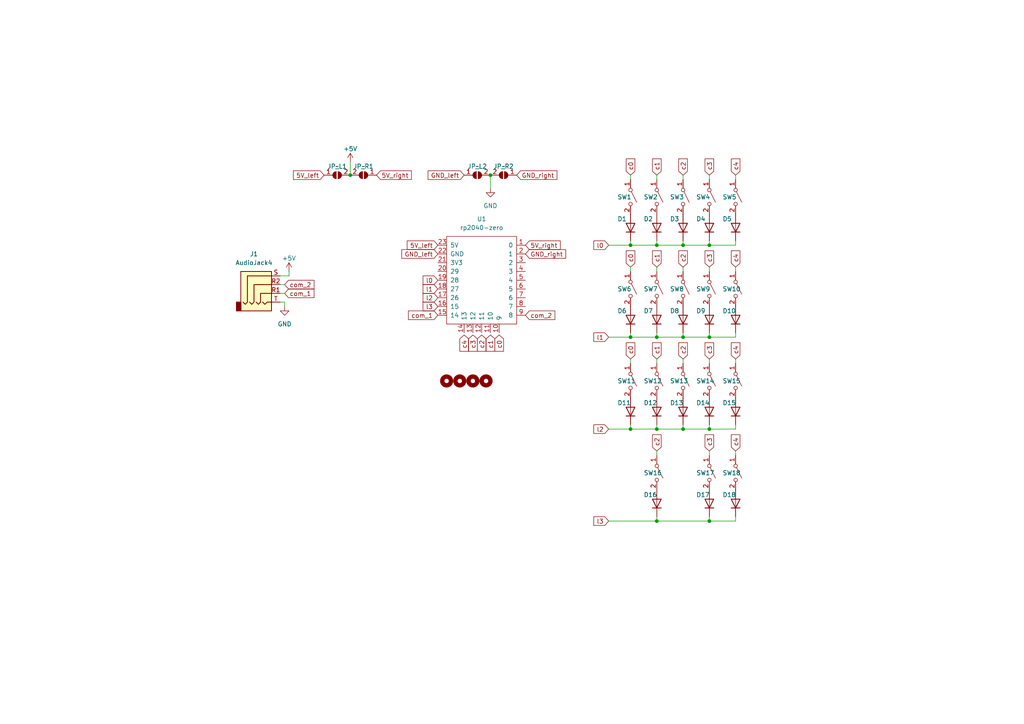
<source format=kicad_sch>
(kicad_sch (version 20230121) (generator eeschema)
  (paper "A4")
  (lib_symbols
    (symbol "Connector_Audio:AudioJack4"
      (property "Reference" "J" (at 0 8.89 0))
      (property "Value" "AudioJack4" (at 0 6.35 0))
      (symbol "AudioJack4_0_1"
        (rectangle (start -6.35 -5.08) (end -7.62 -7.62) (stroke (width 0.254)) (fill (type outline)))
        (polyline (pts (xy 0 -5.08) (xy 0.635 -5.715) (xy 1.27 -5.08) (xy 2.54 -5.08)) (stroke (width 0.254)))
        (polyline (pts (xy -5.715 -5.08) (xy -5.08 -5.715) (xy -4.445 -5.08) (xy -4.445 2.54) (xy 2.54 2.54)) (stroke (width 0.254)))
        (polyline (pts (xy -1.905 -5.08) (xy -1.27 -5.715) (xy -0.635 -5.08) (xy -0.635 -2.54) (xy 2.54 -2.54)) (stroke (width 0.254)))
        (polyline (pts (xy 2.54 0) (xy -2.54 0) (xy -2.54 -5.08) (xy -3.175 -5.715) (xy -3.81 -5.08)) (stroke (width 0.254)))
        (rectangle (start 2.54 3.81) (end -6.35 -7.62) (stroke (width 0.254)) (fill (type background)))
      )
      (symbol "AudioJack4_1_1"
        (pin passive line (at 5.08 -2.54 180) (length 2.54) (name "~") (number "R1"))
        (pin passive line (at 5.08 0 180) (length 2.54) (name "~") (number "R2"))
        (pin passive line (at 5.08 2.54 180) (length 2.54) (name "~") (number "S"))
        (pin passive line (at 5.08 -5.08 180) (length 2.54) (name "~") (number "T"))
      )
    )
    (symbol "Diode:1N4148" (pin_numbers hide) (pin_names hide)
      (property "Reference" "D" (at 0 2.54 0))
      (property "Value" "1N4148" (at 0 -2.54 0))
      (symbol "1N4148_0_1"
        (polyline (pts (xy -1.27 1.27) (xy -1.27 -1.27)) (stroke (width 0.254)))
        (polyline (pts (xy 1.27 0) (xy -1.27 0)))
        (polyline (pts (xy 1.27 1.27) (xy 1.27 -1.27) (xy -1.27 0) (xy 1.27 1.27)) (stroke (width 0.254)))
      )
      (symbol "1N4148_1_1"
        (pin passive line (at -3.81 0 0) (length 2.54) (name "K") (number "1"))
        (pin passive line (at 3.81 0 180) (length 2.54) (name "A") (number "2"))
      )
    )
    (symbol "Jumper:SolderJumper_2_Open" (pin_names (offset 0) hide)
      (property "Reference" "JP" (at 0 2.032 0))
      (property "Value" "SolderJumper_2_Open" (at 0 -2.54 0))
      (symbol "SolderJumper_2_Open_0_1"
        (arc (start -0.254 1.016) (mid -1.2656 0) (end -0.254 -1.016))
        (arc (start -0.254 1.016) (mid -1.2656 0) (end -0.254 -1.016) (fill (type outline)))
        (polyline (pts (xy -0.254 1.016) (xy -0.254 -1.016)))
        (polyline (pts (xy 0.254 1.016) (xy 0.254 -1.016)))
        (arc (start 0.254 -1.016) (mid 1.2656 0) (end 0.254 1.016))
        (arc (start 0.254 -1.016) (mid 1.2656 0) (end 0.254 1.016) (fill (type outline)))
      )
      (symbol "SolderJumper_2_Open_1_1"
        (pin passive line (at -3.81 0 0) (length 2.54) (name "A") (number "1"))
        (pin passive line (at 3.81 0 180) (length 2.54) (name "B") (number "2"))
      )
    )
    (symbol "Mechanical:MountingHole" (pin_names (offset 1.016))
      (property "Reference" "H" (at 0 5.08 0))
      (property "Value" "MountingHole" (at 0 3.175 0))
      (symbol "MountingHole_0_1"
        (circle (center 0 0) (radius 1.27) (stroke (width 1.27)))
      )
    )
    (symbol "Switch:SW_SPST" (pin_names (offset 0) hide)
      (property "Reference" "SW" (at 0 3.175 0))
      (property "Value" "SW_SPST" (at 0 -2.54 0))
      (symbol "SW_SPST_0_0"
        (circle (center -2.032 0) (radius 0.508))
        (polyline (pts (xy -1.524 0.254) (xy 1.524 1.778)))
        (circle (center 2.032 0) (radius 0.508))
      )
      (symbol "SW_SPST_1_1"
        (pin passive line (at -5.08 0 0) (length 2.54) (name "A") (number "1"))
        (pin passive line (at 5.08 0 180) (length 2.54) (name "B") (number "2"))
      )
    )
    (symbol "mcu:rp2040-zero" (pin_names (offset 1.016))
      (property "Reference" "U" (at 0 15.24 0))
      (property "Value" "rp2040-zero" (at 0 12.7 0))
      (symbol "rp2040-zero_0_1"
        (rectangle (start -10.16 11.43) (end 10.16 -13.97))
      )
      (symbol "rp2040-zero_1_1"
        (pin bidirectional line (at 12.7 8.89 180) (length 2.54) (name "0") (number "1"))
        (pin bidirectional line (at 5.08 -16.51 90) (length 2.54) (name "9") (number "10"))
        (pin bidirectional line (at 2.54 -16.51 90) (length 2.54) (name "10") (number "11"))
        (pin bidirectional line (at 0 -16.51 90) (length 2.54) (name "11") (number "12"))
        (pin bidirectional line (at -2.54 -16.51 90) (length 2.54) (name "12") (number "13"))
        (pin bidirectional line (at -5.08 -16.51 90) (length 2.54) (name "13") (number "14"))
        (pin bidirectional line (at -12.7 -11.43 0) (length 2.54) (name "14") (number "15"))
        (pin bidirectional line (at -12.7 -8.89 0) (length 2.54) (name "15") (number "16"))
        (pin bidirectional line (at -12.7 -6.35 0) (length 2.54) (name "26") (number "17"))
        (pin bidirectional line (at -12.7 -3.81 0) (length 2.54) (name "27") (number "18"))
        (pin bidirectional line (at -12.7 -1.27 0) (length 2.54) (name "28") (number "19"))
        (pin bidirectional line (at 12.7 6.35 180) (length 2.54) (name "1") (number "2"))
        (pin bidirectional line (at -12.7 1.27 0) (length 2.54) (name "29") (number "20"))
        (pin power_out line (at -12.7 3.81 0) (length 2.54) (name "3V3") (number "21"))
        (pin power_out line (at -12.7 6.35 0) (length 2.54) (name "GND") (number "22"))
        (pin power_out line (at -12.7 8.89 0) (length 2.54) (name "5V") (number "23"))
        (pin bidirectional line (at 12.7 3.81 180) (length 2.54) (name "2") (number "3"))
        (pin bidirectional line (at 12.7 1.27 180) (length 2.54) (name "3") (number "4"))
        (pin bidirectional line (at 12.7 -1.27 180) (length 2.54) (name "4") (number "5"))
        (pin bidirectional line (at 12.7 -3.81 180) (length 2.54) (name "5") (number "6"))
        (pin bidirectional line (at 12.7 -6.35 180) (length 2.54) (name "6") (number "7"))
        (pin bidirectional line (at 12.7 -8.89 180) (length 2.54) (name "7") (number "8"))
        (pin bidirectional line (at 12.7 -11.43 180) (length 2.54) (name "8") (number "9"))
      )
    )
    (symbol "power:+5V" (power) (pin_names (offset 0))
      (property "Value" "+5V" (at 0 3.556 0))
      (symbol "+5V_0_1"
        (polyline (pts (xy -0.762 1.27) (xy 0 2.54)))
        (polyline (pts (xy 0 0) (xy 0 2.54)))
        (polyline (pts (xy 0 2.54) (xy 0.762 1.27)))
      )
      (symbol "+5V_1_1"
        (pin power_in line (at 0 0 90) (length 0) hide (name "+5V") (number "1"))
      )
    )
    (symbol "power:GND" (power) (pin_names (offset 0))
      (property "Value" "GND" (at 0 -3.81 0))
      (symbol "GND_0_1"
        (polyline (pts (xy 0 0) (xy 0 -1.27) (xy 1.27 -1.27) (xy 0 -2.54) (xy -1.27 -1.27) (xy 0 -1.27)))
      )
      (symbol "GND_1_1"
        (pin power_in line (at 0 0 270) (length 0) hide (name "GND") (number "1"))
      )
    )
  )
  (junction (at 198.12 71.12))
  (junction (at 142.24 50.8))
  (junction (at 190.5 124.46))
  (junction (at 198.12 97.79))
  (junction (at 190.5 151.13))
  (junction (at 190.5 71.12))
  (junction (at 182.88 124.46))
  (junction (at 205.74 97.79))
  (junction (at 198.12 124.46))
  (junction (at 205.74 71.12))
  (junction (at 101.6 50.8))
  (junction (at 205.74 151.13))
  (junction (at 205.74 124.46))
  (junction (at 182.88 97.79))
  (junction (at 190.5 97.79))
  (junction (at 182.88 71.12))
  (wire (pts (xy 205.74 71.12) (xy 213.36 71.12)))
  (wire (pts (xy 198.12 50.8) (xy 198.12 52.07)))
  (wire (pts (xy 176.53 151.13) (xy 190.5 151.13)))
  (wire (pts (xy 205.74 124.46) (xy 213.36 124.46)))
  (wire (pts (xy 213.36 149.86) (xy 213.36 151.13)))
  (wire (pts (xy 182.88 97.79) (xy 190.5 97.79)))
  (wire (pts (xy 198.12 69.85) (xy 198.12 71.12)))
  (wire (pts (xy 83.82 80.01) (xy 81.28 80.01)))
  (wire (pts (xy 182.88 69.85) (xy 182.88 71.12)))
  (wire (pts (xy 101.6 46.99) (xy 101.6 50.8)))
  (wire (pts (xy 205.74 50.8) (xy 205.74 52.07)))
  (wire (pts (xy 190.5 97.79) (xy 198.12 97.79)))
  (wire (pts (xy 213.36 96.52) (xy 213.36 97.79)))
  (wire (pts (xy 205.74 69.85) (xy 205.74 71.12)))
  (wire (pts (xy 205.74 151.13) (xy 213.36 151.13)))
  (wire (pts (xy 198.12 123.19) (xy 198.12 124.46)))
  (wire (pts (xy 190.5 77.47) (xy 190.5 78.74)))
  (wire (pts (xy 182.88 96.52) (xy 182.88 97.79)))
  (wire (pts (xy 176.53 124.46) (xy 182.88 124.46)))
  (wire (pts (xy 190.5 151.13) (xy 205.74 151.13)))
  (wire (pts (xy 213.36 130.81) (xy 213.36 132.08)))
  (wire (pts (xy 213.36 77.47) (xy 213.36 78.74)))
  (wire (pts (xy 182.88 123.19) (xy 182.88 124.46)))
  (wire (pts (xy 205.74 149.86) (xy 205.74 151.13)))
  (wire (pts (xy 213.36 104.14) (xy 213.36 105.41)))
  (wire (pts (xy 176.53 97.79) (xy 182.88 97.79)))
  (wire (pts (xy 182.88 71.12) (xy 190.5 71.12)))
  (wire (pts (xy 205.74 104.14) (xy 205.74 105.41)))
  (wire (pts (xy 190.5 69.85) (xy 190.5 71.12)))
  (wire (pts (xy 81.28 87.63) (xy 82.55 87.63)))
  (wire (pts (xy 182.88 77.47) (xy 182.88 78.74)))
  (wire (pts (xy 190.5 149.86) (xy 190.5 151.13)))
  (wire (pts (xy 198.12 71.12) (xy 205.74 71.12)))
  (wire (pts (xy 205.74 97.79) (xy 213.36 97.79)))
  (wire (pts (xy 190.5 96.52) (xy 190.5 97.79)))
  (wire (pts (xy 198.12 97.79) (xy 205.74 97.79)))
  (wire (pts (xy 83.82 78.74) (xy 83.82 80.01)))
  (wire (pts (xy 198.12 104.14) (xy 198.12 105.41)))
  (wire (pts (xy 213.36 50.8) (xy 213.36 52.07)))
  (wire (pts (xy 190.5 123.19) (xy 190.5 124.46)))
  (wire (pts (xy 205.74 77.47) (xy 205.74 78.74)))
  (wire (pts (xy 182.88 124.46) (xy 190.5 124.46)))
  (wire (pts (xy 213.36 69.85) (xy 213.36 71.12)))
  (wire (pts (xy 142.24 50.8) (xy 142.24 54.61)))
  (wire (pts (xy 182.88 104.14) (xy 182.88 105.41)))
  (wire (pts (xy 213.36 123.19) (xy 213.36 124.46)))
  (wire (pts (xy 190.5 50.8) (xy 190.5 52.07)))
  (wire (pts (xy 81.28 85.09) (xy 82.55 85.09)))
  (wire (pts (xy 198.12 124.46) (xy 205.74 124.46)))
  (wire (pts (xy 205.74 96.52) (xy 205.74 97.79)))
  (wire (pts (xy 82.55 87.63) (xy 82.55 88.9)))
  (wire (pts (xy 190.5 71.12) (xy 198.12 71.12)))
  (wire (pts (xy 182.88 50.8) (xy 182.88 52.07)))
  (wire (pts (xy 81.28 82.55) (xy 82.55 82.55)))
  (wire (pts (xy 205.74 130.81) (xy 205.74 132.08)))
  (wire (pts (xy 190.5 104.14) (xy 190.5 105.41)))
  (wire (pts (xy 198.12 96.52) (xy 198.12 97.79)))
  (wire (pts (xy 190.5 130.81) (xy 190.5 132.08)))
  (wire (pts (xy 176.53 71.12) (xy 182.88 71.12)))
  (wire (pts (xy 190.5 124.46) (xy 198.12 124.46)))
  (wire (pts (xy 198.12 77.47) (xy 198.12 78.74)))
  (wire (pts (xy 205.74 123.19) (xy 205.74 124.46)))
  (global_label "c4" (shape input) (at 213.36 50.8 90) (property "Intersheetrefs" "${INTERSHEET_REFS}" (effects hide)))
  (global_label "l2" (shape input) (at 176.53 124.46 180) (property "Intersheetrefs" "${INTERSHEET_REFS}" (effects hide)))
  (global_label "c4" (shape input) (at 213.36 104.14 90) (property "Intersheetrefs" "${INTERSHEET_REFS}" (effects hide)))
  (global_label "c0" (shape input) (at 182.88 50.8 90) (property "Intersheetrefs" "${INTERSHEET_REFS}" (effects hide)))
  (global_label "com_1" (shape input) (at 82.55 85.09 0) (property "Intersheetrefs" "${INTERSHEET_REFS}" (effects hide)))
  (global_label "c3" (shape input) (at 205.74 77.47 90) (property "Intersheetrefs" "${INTERSHEET_REFS}" (effects hide)))
  (global_label "com_2" (shape input) (at 152.4 91.44 0) (property "Intersheetrefs" "${INTERSHEET_REFS}" (effects hide)))
  (global_label "l1" (shape input) (at 176.53 97.79 180) (property "Intersheetrefs" "${INTERSHEET_REFS}" (effects hide)))
  (global_label "GND_right" (shape input) (at 149.86 50.8 0) (property "Intersheetrefs" "${INTERSHEET_REFS}" (effects hide)))
  (global_label "l1" (shape input) (at 127 83.82 180) (property "Intersheetrefs" "${INTERSHEET_REFS}" (effects hide)))
  (global_label "5V_left" (shape input) (at 127 71.12 180) (property "Intersheetrefs" "${INTERSHEET_REFS}" (effects hide)))
  (global_label "c2" (shape input) (at 190.5 130.81 90) (property "Intersheetrefs" "${INTERSHEET_REFS}" (effects hide)))
  (global_label "c2" (shape input) (at 198.12 50.8 90) (property "Intersheetrefs" "${INTERSHEET_REFS}" (effects hide)))
  (global_label "5V_right" (shape input) (at 109.22 50.8 0) (property "Intersheetrefs" "${INTERSHEET_REFS}" (effects hide)))
  (global_label "l0" (shape input) (at 127 81.28 180) (property "Intersheetrefs" "${INTERSHEET_REFS}" (effects hide)))
  (global_label "GND_left" (shape input) (at 127 73.66 180) (property "Intersheetrefs" "${INTERSHEET_REFS}" (effects hide)))
  (global_label "c2" (shape input) (at 198.12 104.14 90) (property "Intersheetrefs" "${INTERSHEET_REFS}" (effects hide)))
  (global_label "c4" (shape input) (at 213.36 130.81 90) (property "Intersheetrefs" "${INTERSHEET_REFS}" (effects hide)))
  (global_label "c2" (shape input) (at 198.12 77.47 90) (property "Intersheetrefs" "${INTERSHEET_REFS}" (effects hide)))
  (global_label "c0" (shape input) (at 182.88 104.14 90) (property "Intersheetrefs" "${INTERSHEET_REFS}" (effects hide)))
  (global_label "GND_right" (shape input) (at 152.4 73.66 0) (property "Intersheetrefs" "${INTERSHEET_REFS}" (effects hide)))
  (global_label "c1" (shape input) (at 190.5 104.14 90) (property "Intersheetrefs" "${INTERSHEET_REFS}" (effects hide)))
  (global_label "l3" (shape input) (at 127 88.9 180) (property "Intersheetrefs" "${INTERSHEET_REFS}" (effects hide)))
  (global_label "l3" (shape input) (at 176.53 151.13 180) (property "Intersheetrefs" "${INTERSHEET_REFS}" (effects hide)))
  (global_label "c4" (shape input) (at 213.36 77.47 90) (property "Intersheetrefs" "${INTERSHEET_REFS}" (effects hide)))
  (global_label "5V_right" (shape input) (at 152.4 71.12 0) (property "Intersheetrefs" "${INTERSHEET_REFS}" (effects hide)))
  (global_label "com_2" (shape input) (at 82.55 82.55 0) (property "Intersheetrefs" "${INTERSHEET_REFS}" (effects hide)))
  (global_label "l2" (shape input) (at 127 86.36 180) (property "Intersheetrefs" "${INTERSHEET_REFS}" (effects hide)))
  (global_label "c0" (shape input) (at 144.78 97.155 270) (property "Intersheetrefs" "${INTERSHEET_REFS}" (effects hide)))
  (global_label "c2" (shape input) (at 139.7 97.155 270) (property "Intersheetrefs" "${INTERSHEET_REFS}" (effects hide)))
  (global_label "c3" (shape input) (at 205.74 104.14 90) (property "Intersheetrefs" "${INTERSHEET_REFS}" (effects hide)))
  (global_label "c1" (shape input) (at 190.5 77.47 90) (property "Intersheetrefs" "${INTERSHEET_REFS}" (effects hide)))
  (global_label "c1" (shape input) (at 190.5 50.8 90) (property "Intersheetrefs" "${INTERSHEET_REFS}" (effects hide)))
  (global_label "l0" (shape input) (at 176.53 71.12 180) (property "Intersheetrefs" "${INTERSHEET_REFS}" (effects hide)))
  (global_label "5V_left" (shape input) (at 93.98 50.8 180) (property "Intersheetrefs" "${INTERSHEET_REFS}" (effects hide)))
  (global_label "c1" (shape input) (at 142.24 97.155 270) (property "Intersheetrefs" "${INTERSHEET_REFS}" (effects hide)))
  (global_label "com_1" (shape input) (at 127 91.44 180) (property "Intersheetrefs" "${INTERSHEET_REFS}" (effects hide)))
  (global_label "c3" (shape input) (at 205.74 130.81 90) (property "Intersheetrefs" "${INTERSHEET_REFS}" (effects hide)))
  (global_label "c3" (shape input) (at 137.16 97.155 270) (property "Intersheetrefs" "${INTERSHEET_REFS}" (effects hide)))
  (global_label "c0" (shape input) (at 182.88 77.47 90) (property "Intersheetrefs" "${INTERSHEET_REFS}" (effects hide)))
  (global_label "c3" (shape input) (at 205.74 50.8 90) (property "Intersheetrefs" "${INTERSHEET_REFS}" (effects hide)))
  (global_label "GND_left" (shape input) (at 134.62 50.8 180) (property "Intersheetrefs" "${INTERSHEET_REFS}" (effects hide)))
  (global_label "c4" (shape input) (at 134.62 97.155 270) (property "Intersheetrefs" "${INTERSHEET_REFS}" (effects hide)))
  (symbol (lib_id "power:+5V") (at 101.6 46.99 0) (unit 1)
    (property "Reference" "#PWR01" (effects hide))
    (property "Value" "+5V" (at 101.6 43.18 0))
  )
  (symbol (lib_id "Diode:1N4148") (at 205.74 119.38 90) (unit 1)
    (property "Reference" "D14" (at 201.93 116.84 90) (effects (justify right)))
    (property "Value" "1N4148" (effects hide))
    (property "Footprint" "Diode_THT:D_DO-35_SOD27_P7.62mm_Horizontal" (effects hide))
    (property "Datasheet" "https://assets.nexperia.com/documents/data-sheet/1N4148_1N4448.pdf" (effects hide))
    (property "Sim.Device" "D" (effects hide))
    (property "Sim.Pins" "1=K 2=A" (effects hide))
  )
  (symbol (lib_id "Jumper:SolderJumper_2_Open") (at 138.43 50.8 0) (unit 1)
    (property "Reference" "JP_L2" (at 138.43 48.26 0))
    (property "Value" "~" (at 138.43 48.26 0))
    (property "Footprint" "lib:SolderJumper-2_P1.3mm_Open_RoundedPad1.0x1.5mm" (effects hide))
  )
  (symbol (lib_id "Jumper:SolderJumper_2_Open") (at 146.05 50.8 0) (mirror y) (unit 1)
    (property "Reference" "JP_R2" (at 146.05 48.26 0))
    (property "Value" "~" (at 146.05 48.26 0))
    (property "Footprint" "lib:SolderJumper-2_P1.3mm_Open_RoundedPad1.0x1.5mm" (effects hide))
  )
  (symbol (lib_id "Diode:1N4148") (at 182.88 119.38 90) (unit 1)
    (property "Reference" "D11" (at 179.07 116.84 90) (effects (justify right)))
    (property "Value" "1N4148" (effects hide))
    (property "Footprint" "Diode_THT:D_DO-35_SOD27_P7.62mm_Horizontal" (effects hide))
    (property "Datasheet" "https://assets.nexperia.com/documents/data-sheet/1N4148_1N4448.pdf" (effects hide))
    (property "Sim.Device" "D" (effects hide))
    (property "Sim.Pins" "1=K 2=A" (effects hide))
  )
  (symbol (lib_id "Switch:SW_SPST") (at 205.74 137.16 270) (unit 1)
    (property "Reference" "SW17" (at 201.93 137.16 90) (effects (justify left)))
    (property "Value" "SW_SPST" (effects hide))
    (property "Footprint" "lib:SW_MX_reversible" (effects hide))
  )
  (symbol (lib_id "power:GND") (at 142.24 54.61 0) (unit 1)
    (property "Reference" "#PWR02" (effects hide))
    (property "Value" "GND" (at 142.24 59.69 0))
  )
  (symbol (lib_id "Switch:SW_SPST") (at 213.36 110.49 270) (unit 1)
    (property "Reference" "SW15" (at 209.55 110.49 90) (effects (justify left)))
    (property "Value" "SW_SPST" (effects hide))
    (property "Footprint" "lib:SW_MX_reversible" (effects hide))
  )
  (symbol (lib_id "Switch:SW_SPST") (at 182.88 110.49 270) (unit 1)
    (property "Reference" "SW11" (at 179.07 110.49 90) (effects (justify left)))
    (property "Value" "SW_SPST" (effects hide))
    (property "Footprint" "lib:SW_MX_reversible" (effects hide))
  )
  (symbol (lib_id "Switch:SW_SPST") (at 190.5 137.16 270) (unit 1)
    (property "Reference" "SW16" (at 186.69 137.16 90) (effects (justify left)))
    (property "Value" "SW_SPST" (effects hide))
    (property "Footprint" "lib:SW_MX_reversible" (effects hide))
  )
  (symbol (lib_id "Diode:1N4148") (at 182.88 66.04 90) (unit 1)
    (property "Reference" "D1" (at 179.07 63.5 90) (effects (justify right)))
    (property "Value" "1N4148" (effects hide))
    (property "Footprint" "Diode_THT:D_DO-35_SOD27_P7.62mm_Horizontal" (effects hide))
    (property "Datasheet" "https://assets.nexperia.com/documents/data-sheet/1N4148_1N4448.pdf" (effects hide))
    (property "Sim.Device" "D" (effects hide))
    (property "Sim.Pins" "1=K 2=A" (effects hide))
  )
  (symbol (lib_id "Switch:SW_SPST") (at 205.74 110.49 270) (unit 1)
    (property "Reference" "SW14" (at 201.93 110.49 90) (effects (justify left)))
    (property "Value" "SW_SPST" (effects hide))
    (property "Footprint" "lib:SW_MX_reversible" (effects hide))
  )
  (symbol (lib_id "Connector_Audio:AudioJack4") (at 76.2 82.55 0) (unit 1)
    (property "Reference" "J1" (at 73.66 73.66 0))
    (property "Value" "AudioJack4" (at 73.66 76.2 0))
    (property "Footprint" "lib:TRRS-PJ-320A_reversible" (effects hide))
  )
  (symbol (lib_id "Switch:SW_SPST") (at 182.88 83.82 270) (unit 1)
    (property "Reference" "SW6" (at 179.07 83.82 90) (effects (justify left)))
    (property "Value" "SW_SPST" (effects hide))
    (property "Footprint" "lib:SW_MX_reversible" (effects hide))
  )
  (symbol (lib_id "Diode:1N4148") (at 198.12 66.04 90) (unit 1)
    (property "Reference" "D3" (at 194.31 63.5 90) (effects (justify right)))
    (property "Value" "1N4148" (effects hide))
    (property "Footprint" "Diode_THT:D_DO-35_SOD27_P7.62mm_Horizontal" (effects hide))
    (property "Datasheet" "https://assets.nexperia.com/documents/data-sheet/1N4148_1N4448.pdf" (effects hide))
    (property "Sim.Device" "D" (effects hide))
    (property "Sim.Pins" "1=K 2=A" (effects hide))
  )
  (symbol (lib_id "Switch:SW_SPST") (at 198.12 57.15 270) (unit 1)
    (property "Reference" "SW3" (at 194.31 57.15 90) (effects (justify left)))
    (property "Value" "SW_SPST" (effects hide))
    (property "Footprint" "lib:SW_MX_reversible" (effects hide))
  )
  (symbol (lib_id "Diode:1N4148") (at 182.88 92.71 90) (unit 1)
    (property "Reference" "D6" (at 179.07 90.17 90) (effects (justify right)))
    (property "Value" "1N4148" (effects hide))
    (property "Footprint" "Diode_THT:D_DO-35_SOD27_P7.62mm_Horizontal" (effects hide))
    (property "Datasheet" "https://assets.nexperia.com/documents/data-sheet/1N4148_1N4448.pdf" (effects hide))
    (property "Sim.Device" "D" (effects hide))
    (property "Sim.Pins" "1=K 2=A" (effects hide))
  )
  (symbol (lib_id "Diode:1N4148") (at 190.5 66.04 90) (unit 1)
    (property "Reference" "D2" (at 186.69 63.5 90) (effects (justify right)))
    (property "Value" "1N4148" (effects hide))
    (property "Footprint" "Diode_THT:D_DO-35_SOD27_P7.62mm_Horizontal" (effects hide))
    (property "Datasheet" "https://assets.nexperia.com/documents/data-sheet/1N4148_1N4448.pdf" (effects hide))
    (property "Sim.Device" "D" (effects hide))
    (property "Sim.Pins" "1=K 2=A" (effects hide))
  )
  (symbol (lib_id "Switch:SW_SPST") (at 190.5 110.49 270) (unit 1)
    (property "Reference" "SW12" (at 186.69 110.49 90) (effects (justify left)))
    (property "Value" "SW_SPST" (effects hide))
    (property "Footprint" "lib:SW_MX_reversible" (effects hide))
  )
  (symbol (lib_id "Diode:1N4148") (at 213.36 146.05 90) (unit 1)
    (property "Reference" "D18" (at 209.55 143.51 90) (effects (justify right)))
    (property "Value" "1N4148" (effects hide))
    (property "Footprint" "Diode_THT:D_DO-35_SOD27_P7.62mm_Horizontal" (effects hide))
    (property "Datasheet" "https://assets.nexperia.com/documents/data-sheet/1N4148_1N4448.pdf" (effects hide))
    (property "Sim.Device" "D" (effects hide))
    (property "Sim.Pins" "1=K 2=A" (effects hide))
  )
  (symbol (lib_id "Diode:1N4148") (at 198.12 119.38 90) (unit 1)
    (property "Reference" "D13" (at 194.31 116.84 90) (effects (justify right)))
    (property "Value" "1N4148" (effects hide))
    (property "Footprint" "Diode_THT:D_DO-35_SOD27_P7.62mm_Horizontal" (effects hide))
    (property "Datasheet" "https://assets.nexperia.com/documents/data-sheet/1N4148_1N4448.pdf" (effects hide))
    (property "Sim.Device" "D" (effects hide))
    (property "Sim.Pins" "1=K 2=A" (effects hide))
  )
  (symbol (lib_id "Diode:1N4148") (at 198.12 92.71 90) (unit 1)
    (property "Reference" "D8" (at 194.31 90.17 90) (effects (justify right)))
    (property "Value" "1N4148" (effects hide))
    (property "Footprint" "Diode_THT:D_DO-35_SOD27_P7.62mm_Horizontal" (effects hide))
    (property "Datasheet" "https://assets.nexperia.com/documents/data-sheet/1N4148_1N4448.pdf" (effects hide))
    (property "Sim.Device" "D" (effects hide))
    (property "Sim.Pins" "1=K 2=A" (effects hide))
  )
  (symbol (lib_id "Jumper:SolderJumper_2_Open") (at 105.41 50.8 0) (mirror y) (unit 1)
    (property "Reference" "JP_R1" (at 105.41 48.26 0))
    (property "Value" "~" (at 105.41 48.26 0))
    (property "Footprint" "lib:SolderJumper-2_P1.3mm_Open_RoundedPad1.0x1.5mm" (effects hide))
  )
  (symbol (lib_id "Switch:SW_SPST") (at 190.5 57.15 270) (unit 1)
    (property "Reference" "SW2" (at 186.69 57.15 90) (effects (justify left)))
    (property "Value" "SW_SPST" (effects hide))
    (property "Footprint" "lib:SW_MX_reversible" (effects hide))
  )
  (symbol (lib_id "Diode:1N4148") (at 205.74 66.04 90) (unit 1)
    (property "Reference" "D4" (at 201.93 63.5 90) (effects (justify right)))
    (property "Value" "1N4148" (effects hide))
    (property "Footprint" "Diode_THT:D_DO-35_SOD27_P7.62mm_Horizontal" (effects hide))
    (property "Datasheet" "https://assets.nexperia.com/documents/data-sheet/1N4148_1N4448.pdf" (effects hide))
    (property "Sim.Device" "D" (effects hide))
    (property "Sim.Pins" "1=K 2=A" (effects hide))
  )
  (symbol (lib_id "mcu:rp2040-zero") (at 139.7 80.01 0) (unit 1)
    (property "Reference" "U1" (at 139.7 63.5 0))
    (property "Value" "rp2040-zero" (at 139.7 66.04 0))
    (property "Footprint" "_mcu:rp2040-zero-tht" (effects hide))
  )
  (symbol (lib_id "Diode:1N4148") (at 205.74 92.71 90) (unit 1)
    (property "Reference" "D9" (at 201.93 90.17 90) (effects (justify right)))
    (property "Value" "1N4148" (effects hide))
    (property "Footprint" "Diode_THT:D_DO-35_SOD27_P7.62mm_Horizontal" (effects hide))
    (property "Datasheet" "https://assets.nexperia.com/documents/data-sheet/1N4148_1N4448.pdf" (effects hide))
    (property "Sim.Device" "D" (effects hide))
    (property "Sim.Pins" "1=K 2=A" (effects hide))
  )
  (symbol (lib_id "Diode:1N4148") (at 205.74 146.05 90) (unit 1)
    (property "Reference" "D17" (at 201.93 143.51 90) (effects (justify right)))
    (property "Value" "1N4148" (effects hide))
    (property "Footprint" "Diode_THT:D_DO-35_SOD27_P7.62mm_Horizontal" (effects hide))
    (property "Datasheet" "https://assets.nexperia.com/documents/data-sheet/1N4148_1N4448.pdf" (effects hide))
    (property "Sim.Device" "D" (effects hide))
    (property "Sim.Pins" "1=K 2=A" (effects hide))
  )
  (symbol (lib_id "Mechanical:MountingHole") (at 137.16 110.49 0) (unit 1)
    (property "Reference" "H3" (effects hide))
    (property "Value" "MountingHole" (effects hide))
    (property "Footprint" "MountingHole:MountingHole_2.2mm_M2" (effects hide))
  )
  (symbol (lib_id "Mechanical:MountingHole") (at 133.35 110.49 0) (unit 1)
    (property "Reference" "H2" (effects hide))
    (property "Value" "MountingHole" (effects hide))
    (property "Footprint" "MountingHole:MountingHole_2.2mm_M2" (effects hide))
  )
  (symbol (lib_id "Switch:SW_SPST") (at 213.36 137.16 270) (unit 1)
    (property "Reference" "SW18" (at 209.55 137.16 90) (effects (justify left)))
    (property "Value" "SW_SPST" (effects hide))
    (property "Footprint" "lib:SW_MX_reversible" (effects hide))
  )
  (symbol (lib_id "Mechanical:MountingHole") (at 129.54 110.49 0) (unit 1)
    (property "Reference" "H1" (effects hide))
    (property "Value" "MountingHole" (effects hide))
    (property "Footprint" "MountingHole:MountingHole_2.2mm_M2" (effects hide))
  )
  (symbol (lib_id "Switch:SW_SPST") (at 205.74 83.82 270) (unit 1)
    (property "Reference" "SW9" (at 201.93 83.82 90) (effects (justify left)))
    (property "Value" "SW_SPST" (effects hide))
    (property "Footprint" "lib:SW_MX_reversible" (effects hide))
  )
  (symbol (lib_id "Diode:1N4148") (at 190.5 92.71 90) (unit 1)
    (property "Reference" "D7" (at 186.69 90.17 90) (effects (justify right)))
    (property "Value" "1N4148" (effects hide))
    (property "Footprint" "Diode_THT:D_DO-35_SOD27_P7.62mm_Horizontal" (effects hide))
    (property "Datasheet" "https://assets.nexperia.com/documents/data-sheet/1N4148_1N4448.pdf" (effects hide))
    (property "Sim.Device" "D" (effects hide))
    (property "Sim.Pins" "1=K 2=A" (effects hide))
  )
  (symbol (lib_id "Diode:1N4148") (at 190.5 146.05 90) (unit 1)
    (property "Reference" "D16" (at 186.69 143.51 90) (effects (justify right)))
    (property "Value" "1N4148" (effects hide))
    (property "Footprint" "Diode_THT:D_DO-35_SOD27_P7.62mm_Horizontal" (effects hide))
    (property "Datasheet" "https://assets.nexperia.com/documents/data-sheet/1N4148_1N4448.pdf" (effects hide))
    (property "Sim.Device" "D" (effects hide))
    (property "Sim.Pins" "1=K 2=A" (effects hide))
  )
  (symbol (lib_id "Switch:SW_SPST") (at 190.5 83.82 270) (unit 1)
    (property "Reference" "SW7" (at 186.69 83.82 90) (effects (justify left)))
    (property "Value" "SW_SPST" (effects hide))
    (property "Footprint" "lib:SW_MX_reversible" (effects hide))
  )
  (symbol (lib_id "Diode:1N4148") (at 190.5 119.38 90) (unit 1)
    (property "Reference" "D12" (at 186.69 116.84 90) (effects (justify right)))
    (property "Value" "1N4148" (effects hide))
    (property "Footprint" "Diode_THT:D_DO-35_SOD27_P7.62mm_Horizontal" (effects hide))
    (property "Datasheet" "https://assets.nexperia.com/documents/data-sheet/1N4148_1N4448.pdf" (effects hide))
    (property "Sim.Device" "D" (effects hide))
    (property "Sim.Pins" "1=K 2=A" (effects hide))
  )
  (symbol (lib_id "Switch:SW_SPST") (at 198.12 83.82 270) (unit 1)
    (property "Reference" "SW8" (at 194.31 83.82 90) (effects (justify left)))
    (property "Value" "SW_SPST" (effects hide))
    (property "Footprint" "lib:SW_MX_reversible" (effects hide))
  )
  (symbol (lib_id "Switch:SW_SPST") (at 213.36 83.82 270) (unit 1)
    (property "Reference" "SW10" (at 209.55 83.82 90) (effects (justify left)))
    (property "Value" "SW_SPST" (effects hide))
    (property "Footprint" "lib:SW_MX_reversible" (effects hide))
  )
  (symbol (lib_id "Switch:SW_SPST") (at 182.88 57.15 270) (unit 1)
    (property "Reference" "SW1" (at 179.07 57.15 90) (effects (justify left)))
    (property "Value" "SW_SPST" (effects hide))
    (property "Footprint" "lib:SW_MX_reversible" (effects hide))
  )
  (symbol (lib_id "power:GND") (at 82.55 88.9 0) (unit 1)
    (property "Reference" "#PWR04" (effects hide))
    (property "Value" "GND" (at 82.55 93.98 0))
  )
  (symbol (lib_id "Switch:SW_SPST") (at 198.12 110.49 270) (unit 1)
    (property "Reference" "SW13" (at 194.31 110.49 90) (effects (justify left)))
    (property "Value" "SW_SPST" (effects hide))
    (property "Footprint" "lib:SW_MX_reversible" (effects hide))
  )
  (symbol (lib_id "power:+5V") (at 83.82 78.74 0) (unit 1)
    (property "Reference" "#PWR03" (effects hide))
    (property "Value" "+5V" (at 83.82 74.93 0))
  )
  (symbol (lib_id "Switch:SW_SPST") (at 213.36 57.15 270) (unit 1)
    (property "Reference" "SW5" (at 209.55 57.15 90) (effects (justify left)))
    (property "Value" "SW_SPST" (effects hide))
    (property "Footprint" "lib:SW_MX_reversible" (effects hide))
  )
  (symbol (lib_id "Diode:1N4148") (at 213.36 92.71 90) (unit 1)
    (property "Reference" "D10" (at 209.55 90.17 90) (effects (justify right)))
    (property "Value" "1N4148" (effects hide))
    (property "Footprint" "Diode_THT:D_DO-35_SOD27_P7.62mm_Horizontal" (effects hide))
    (property "Datasheet" "https://assets.nexperia.com/documents/data-sheet/1N4148_1N4448.pdf" (effects hide))
    (property "Sim.Device" "D" (effects hide))
    (property "Sim.Pins" "1=K 2=A" (effects hide))
  )
  (symbol (lib_id "Mechanical:MountingHole") (at 140.97 110.49 0) (unit 1)
    (property "Reference" "H4" (effects hide))
    (property "Value" "MountingHole" (effects hide))
    (property "Footprint" "MountingHole:MountingHole_2.2mm_M2" (effects hide))
  )
  (symbol (lib_id "Diode:1N4148") (at 213.36 66.04 90) (unit 1)
    (property "Reference" "D5" (at 209.55 63.5 90) (effects (justify right)))
    (property "Value" "1N4148" (effects hide))
    (property "Footprint" "Diode_THT:D_DO-35_SOD27_P7.62mm_Horizontal" (effects hide))
    (property "Datasheet" "https://assets.nexperia.com/documents/data-sheet/1N4148_1N4448.pdf" (effects hide))
    (property "Sim.Device" "D" (effects hide))
    (property "Sim.Pins" "1=K 2=A" (effects hide))
  )
  (symbol (lib_id "Diode:1N4148") (at 213.36 119.38 90) (unit 1)
    (property "Reference" "D15" (at 209.55 116.84 90) (effects (justify right)))
    (property "Value" "1N4148" (effects hide))
    (property "Footprint" "Diode_THT:D_DO-35_SOD27_P7.62mm_Horizontal" (effects hide))
    (property "Datasheet" "https://assets.nexperia.com/documents/data-sheet/1N4148_1N4448.pdf" (effects hide))
    (property "Sim.Device" "D" (effects hide))
    (property "Sim.Pins" "1=K 2=A" (effects hide))
  )
  (symbol (lib_id "Switch:SW_SPST") (at 205.74 57.15 270) (unit 1)
    (property "Reference" "SW4" (at 201.93 57.15 90) (effects (justify left)))
    (property "Value" "SW_SPST" (effects hide))
    (property "Footprint" "lib:SW_MX_reversible" (effects hide))
  )
  (symbol (lib_id "Jumper:SolderJumper_2_Open") (at 97.79 50.8 0) (unit 1)
    (property "Reference" "JP_L1" (at 97.79 48.26 0))
    (property "Value" "~" (at 97.79 48.26 0))
    (property "Footprint" "lib:SolderJumper-2_P1.3mm_Open_RoundedPad1.0x1.5mm" (effects hide))
  )
)
</source>
